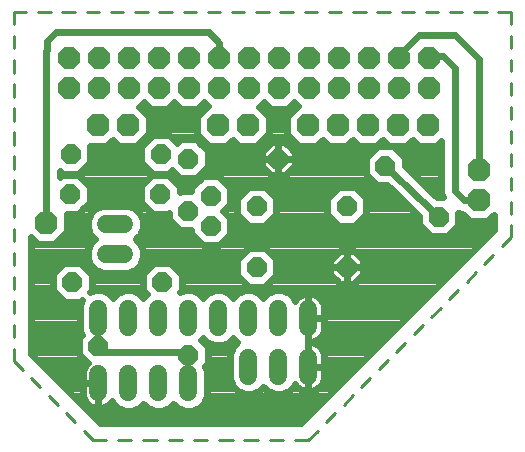
<source format=gbl>
G75*
%MOIN*%
%OFA0B0*%
%FSLAX25Y25*%
%IPPOS*%
%LPD*%
%AMOC8*
5,1,8,0,0,1.08239X$1,22.5*
%
%ADD10C,0.01000*%
%ADD11OC8,0.06600*%
%ADD12C,0.06000*%
%ADD13OC8,0.07400*%
%ADD14OC8,0.07600*%
%ADD15C,0.02400*%
D10*
X0013114Y0016136D02*
X0016136Y0013114D01*
X0018920Y0010330D02*
X0021943Y0007307D01*
X0024727Y0004523D02*
X0027750Y0001500D01*
X0032237Y0001500D01*
X0036174Y0001500D02*
X0040660Y0001500D01*
X0044597Y0001500D02*
X0049084Y0001500D01*
X0053021Y0001500D02*
X0057507Y0001500D01*
X0061444Y0001500D02*
X0065931Y0001500D01*
X0069868Y0001500D02*
X0074354Y0001500D01*
X0078291Y0001500D02*
X0082778Y0001500D01*
X0086715Y0001500D02*
X0091201Y0001500D01*
X0095138Y0001500D02*
X0099625Y0001500D01*
X0102698Y0004573D01*
X0105482Y0007357D02*
X0108555Y0010430D01*
X0111339Y0013214D02*
X0114412Y0016287D01*
X0117196Y0019071D02*
X0120269Y0022144D01*
X0123053Y0024928D02*
X0126126Y0028001D01*
X0128910Y0030785D02*
X0131983Y0033858D01*
X0134767Y0036642D02*
X0137840Y0039715D01*
X0140624Y0042499D02*
X0143697Y0045572D01*
X0146481Y0048356D02*
X0149554Y0051429D01*
X0152338Y0054213D02*
X0155411Y0057286D01*
X0158195Y0060070D02*
X0161268Y0063143D01*
X0164052Y0065927D02*
X0167125Y0069000D01*
X0167125Y0072957D01*
X0167125Y0076894D02*
X0167125Y0080850D01*
X0167125Y0084787D02*
X0167125Y0088744D01*
X0167125Y0092681D02*
X0167125Y0096638D01*
X0167125Y0100575D02*
X0167125Y0104531D01*
X0167125Y0108469D02*
X0167125Y0112425D01*
X0167125Y0116362D02*
X0167125Y0120319D01*
X0167125Y0124256D02*
X0167125Y0128213D01*
X0167125Y0132150D02*
X0167125Y0136106D01*
X0167125Y0140043D02*
X0167125Y0144000D01*
X0162988Y0144000D01*
X0159051Y0144000D02*
X0154913Y0144000D01*
X0150976Y0144000D02*
X0146839Y0144000D01*
X0142902Y0144000D02*
X0138764Y0144000D01*
X0134827Y0144000D02*
X0130690Y0144000D01*
X0126753Y0144000D02*
X0122616Y0144000D01*
X0118679Y0144000D02*
X0114541Y0144000D01*
X0110604Y0144000D02*
X0106467Y0144000D01*
X0102530Y0144000D02*
X0098393Y0144000D01*
X0094456Y0144000D02*
X0090318Y0144000D01*
X0086381Y0144000D02*
X0082244Y0144000D01*
X0078307Y0144000D02*
X0074169Y0144000D01*
X0070232Y0144000D02*
X0066095Y0144000D01*
X0062158Y0144000D02*
X0058021Y0144000D01*
X0054084Y0144000D02*
X0049946Y0144000D01*
X0046009Y0144000D02*
X0041872Y0144000D01*
X0037935Y0144000D02*
X0033798Y0144000D01*
X0029861Y0144000D02*
X0025723Y0144000D01*
X0021786Y0144000D02*
X0017649Y0144000D01*
X0013712Y0144000D02*
X0009574Y0144000D01*
X0005637Y0144000D02*
X0001500Y0144000D01*
X0001500Y0139925D01*
X0001500Y0135988D02*
X0001500Y0131912D01*
X0001500Y0127975D02*
X0001500Y0123900D01*
X0001500Y0119963D02*
X0001500Y0115887D01*
X0001500Y0111950D02*
X0001500Y0107875D01*
X0001500Y0103938D02*
X0001500Y0099862D01*
X0001500Y0095925D02*
X0001500Y0091850D01*
X0001500Y0087913D02*
X0001500Y0083837D01*
X0001500Y0079900D02*
X0001500Y0075825D01*
X0001500Y0071888D02*
X0001500Y0067812D01*
X0001500Y0063875D02*
X0001500Y0059800D01*
X0001500Y0055863D02*
X0001500Y0051787D01*
X0001500Y0047850D02*
X0001500Y0043775D01*
X0001500Y0039838D02*
X0001500Y0035762D01*
X0001500Y0031825D02*
X0001500Y0027750D01*
X0004523Y0024727D01*
X0007307Y0021943D02*
X0010330Y0018920D01*
D11*
X0029625Y0032750D03*
X0020875Y0054000D03*
X0050875Y0054000D03*
X0067125Y0072750D03*
X0059625Y0077750D03*
X0067125Y0082750D03*
X0059500Y0095125D03*
X0050375Y0096700D03*
X0050250Y0083375D03*
X0020250Y0083375D03*
X0020375Y0096700D03*
X0082438Y0079313D03*
X0089500Y0095125D03*
X0112437Y0079313D03*
X0125250Y0092750D03*
X0143125Y0075875D03*
X0112437Y0059000D03*
X0082438Y0059000D03*
X0059625Y0029625D03*
D12*
X0059625Y0023250D02*
X0059625Y0017250D01*
X0049625Y0017250D02*
X0049625Y0023250D01*
X0039625Y0023250D02*
X0039625Y0017250D01*
X0029625Y0017250D02*
X0029625Y0023250D01*
X0029625Y0039125D02*
X0029625Y0045125D01*
X0039625Y0045125D02*
X0039625Y0039125D01*
X0049625Y0039125D02*
X0049625Y0045125D01*
X0059625Y0045125D02*
X0059625Y0039125D01*
X0069625Y0039125D02*
X0069625Y0045125D01*
X0079625Y0045125D02*
X0079625Y0039125D01*
X0089625Y0039125D02*
X0089625Y0045125D01*
X0099625Y0045125D02*
X0099625Y0039125D01*
X0099625Y0028875D02*
X0099625Y0022875D01*
X0089625Y0022875D02*
X0089625Y0028875D01*
X0079625Y0028875D02*
X0079625Y0022875D01*
X0038250Y0063375D02*
X0032250Y0063375D01*
X0032250Y0073375D02*
X0038250Y0073375D01*
D13*
X0039875Y0118750D03*
X0029875Y0118750D03*
X0019875Y0118750D03*
X0019875Y0128750D03*
X0029875Y0128750D03*
X0039875Y0128750D03*
X0049875Y0128750D03*
X0059875Y0128750D03*
X0069875Y0128750D03*
X0079875Y0128750D03*
X0089875Y0128750D03*
X0099875Y0128750D03*
X0109875Y0128750D03*
X0119875Y0128750D03*
X0129875Y0128750D03*
X0139875Y0128750D03*
X0139875Y0118750D03*
X0129875Y0118750D03*
X0119875Y0118750D03*
X0109875Y0118750D03*
X0099875Y0118750D03*
X0089875Y0118750D03*
X0079875Y0118750D03*
X0069875Y0118750D03*
X0059875Y0118750D03*
X0049875Y0118750D03*
D14*
X0039375Y0106250D03*
X0029375Y0106250D03*
X0012312Y0073817D03*
X0069375Y0106250D03*
X0079375Y0106250D03*
X0099375Y0106250D03*
X0109375Y0106250D03*
X0119375Y0106250D03*
X0129375Y0106250D03*
X0139375Y0106250D03*
X0156375Y0091250D03*
X0156375Y0081250D03*
D15*
X0151375Y0081250D01*
X0148375Y0084250D01*
X0148375Y0125250D01*
X0144375Y0129250D01*
X0140375Y0129250D01*
X0139875Y0128750D01*
X0136375Y0136250D02*
X0148375Y0136250D01*
X0156375Y0128250D01*
X0156375Y0091250D01*
X0143975Y0090582D02*
X0133957Y0090582D01*
X0131750Y0092665D02*
X0131750Y0095442D01*
X0127942Y0099250D01*
X0122558Y0099250D01*
X0118750Y0095442D01*
X0118750Y0090058D01*
X0122558Y0086250D01*
X0125726Y0086250D01*
X0136625Y0075960D01*
X0136625Y0073183D01*
X0140433Y0069375D01*
X0145817Y0069375D01*
X0149625Y0073183D01*
X0149625Y0077212D01*
X0150500Y0076850D01*
X0150876Y0076850D01*
X0153476Y0074250D01*
X0159274Y0074250D01*
X0161425Y0076401D01*
X0161425Y0071361D01*
X0097264Y0007200D01*
X0030111Y0007200D01*
X0007200Y0030111D01*
X0007200Y0069029D01*
X0009413Y0066817D01*
X0015211Y0066817D01*
X0019312Y0070917D01*
X0019312Y0076716D01*
X0019153Y0076875D01*
X0022942Y0076875D01*
X0026750Y0080683D01*
X0026750Y0086067D01*
X0022942Y0089875D01*
X0017558Y0089875D01*
X0016712Y0089029D01*
X0016712Y0091171D01*
X0017683Y0090200D01*
X0023067Y0090200D01*
X0026875Y0094008D01*
X0026875Y0099250D01*
X0032274Y0099250D01*
X0034375Y0101351D01*
X0036476Y0099250D01*
X0042274Y0099250D01*
X0046375Y0103351D01*
X0046375Y0109149D01*
X0043204Y0112321D01*
X0044875Y0113992D01*
X0047017Y0111850D01*
X0052733Y0111850D01*
X0054875Y0113992D01*
X0057017Y0111850D01*
X0062733Y0111850D01*
X0064875Y0113992D01*
X0066046Y0112821D01*
X0062375Y0109149D01*
X0062375Y0103351D01*
X0066476Y0099250D01*
X0072274Y0099250D01*
X0074375Y0101351D01*
X0076476Y0099250D01*
X0082274Y0099250D01*
X0086375Y0103351D01*
X0086375Y0109149D01*
X0083204Y0112321D01*
X0084875Y0113992D01*
X0087017Y0111850D01*
X0092733Y0111850D01*
X0094875Y0113992D01*
X0096046Y0112821D01*
X0092375Y0109149D01*
X0092375Y0103351D01*
X0096476Y0099250D01*
X0102274Y0099250D01*
X0104375Y0101351D01*
X0106476Y0099250D01*
X0112274Y0099250D01*
X0114375Y0101351D01*
X0116476Y0099250D01*
X0122274Y0099250D01*
X0124375Y0101351D01*
X0126476Y0099250D01*
X0132274Y0099250D01*
X0134375Y0101351D01*
X0136476Y0099250D01*
X0142274Y0099250D01*
X0143975Y0100951D01*
X0143975Y0083375D01*
X0144389Y0082375D01*
X0142649Y0082375D01*
X0131750Y0092665D01*
X0131750Y0092980D02*
X0143975Y0092980D01*
X0143975Y0095379D02*
X0131750Y0095379D01*
X0129415Y0097777D02*
X0143975Y0097777D01*
X0143975Y0100176D02*
X0143200Y0100176D01*
X0135550Y0100176D02*
X0133200Y0100176D01*
X0125550Y0100176D02*
X0123200Y0100176D01*
X0121085Y0097777D02*
X0094626Y0097777D01*
X0095000Y0097403D02*
X0091778Y0100625D01*
X0089500Y0100625D01*
X0089500Y0095125D01*
X0095000Y0095125D01*
X0095000Y0097403D01*
X0095000Y0095379D02*
X0118750Y0095379D01*
X0118750Y0092980D02*
X0095000Y0092980D01*
X0095000Y0092847D02*
X0095000Y0095125D01*
X0089500Y0095125D01*
X0089500Y0095125D01*
X0089500Y0095125D01*
X0089500Y0089625D01*
X0091778Y0089625D01*
X0095000Y0092847D01*
X0092735Y0090582D02*
X0118750Y0090582D01*
X0120625Y0088183D02*
X0070884Y0088183D01*
X0069817Y0089250D02*
X0064433Y0089250D01*
X0060625Y0085442D01*
X0060625Y0084250D01*
X0056933Y0084250D01*
X0056750Y0084067D01*
X0056750Y0086067D01*
X0052942Y0089875D01*
X0047558Y0089875D01*
X0043750Y0086067D01*
X0043750Y0080683D01*
X0047558Y0076875D01*
X0052942Y0076875D01*
X0053125Y0077058D01*
X0053125Y0075058D01*
X0056933Y0071250D01*
X0060625Y0071250D01*
X0060625Y0070058D01*
X0064433Y0066250D01*
X0069817Y0066250D01*
X0073625Y0070058D01*
X0073625Y0075442D01*
X0071317Y0077750D01*
X0073625Y0080058D01*
X0073625Y0085442D01*
X0069817Y0089250D01*
X0066000Y0092433D02*
X0062192Y0088625D01*
X0056808Y0088625D01*
X0054150Y0091283D01*
X0053067Y0090200D01*
X0047683Y0090200D01*
X0043875Y0094008D01*
X0043875Y0099392D01*
X0047683Y0103200D01*
X0053067Y0103200D01*
X0055725Y0100542D01*
X0056808Y0101625D01*
X0062192Y0101625D01*
X0066000Y0097817D01*
X0066000Y0092433D01*
X0066000Y0092980D02*
X0084000Y0092980D01*
X0084000Y0092847D02*
X0087222Y0089625D01*
X0089500Y0089625D01*
X0089500Y0095125D01*
X0089500Y0095125D01*
X0089500Y0095125D01*
X0084000Y0095125D01*
X0084000Y0097403D01*
X0087222Y0100625D01*
X0089500Y0100625D01*
X0089500Y0095125D01*
X0084000Y0095125D01*
X0084000Y0092847D01*
X0084000Y0095379D02*
X0066000Y0095379D01*
X0066000Y0097777D02*
X0084374Y0097777D01*
X0083200Y0100176D02*
X0086772Y0100176D01*
X0085599Y0102574D02*
X0093151Y0102574D01*
X0092375Y0104973D02*
X0086375Y0104973D01*
X0086375Y0107371D02*
X0092375Y0107371D01*
X0092995Y0109770D02*
X0085755Y0109770D01*
X0086699Y0112168D02*
X0083356Y0112168D01*
X0093051Y0112168D02*
X0095394Y0112168D01*
X0095550Y0100176D02*
X0092228Y0100176D01*
X0089500Y0100176D02*
X0089500Y0100176D01*
X0089500Y0097777D02*
X0089500Y0097777D01*
X0089500Y0095379D02*
X0089500Y0095379D01*
X0089500Y0092980D02*
X0089500Y0092980D01*
X0089500Y0090582D02*
X0089500Y0090582D01*
X0086265Y0090582D02*
X0064149Y0090582D01*
X0063366Y0088183D02*
X0054634Y0088183D01*
X0054851Y0090582D02*
X0053449Y0090582D01*
X0047301Y0090582D02*
X0023449Y0090582D01*
X0024634Y0088183D02*
X0045866Y0088183D01*
X0043750Y0085784D02*
X0026750Y0085784D01*
X0026750Y0083386D02*
X0043750Y0083386D01*
X0043750Y0080987D02*
X0026750Y0080987D01*
X0028696Y0078589D02*
X0024656Y0078589D01*
X0026994Y0076887D02*
X0026050Y0074608D01*
X0026050Y0072142D01*
X0026994Y0069863D01*
X0028482Y0068375D01*
X0026994Y0066887D01*
X0026050Y0064608D01*
X0026050Y0062142D01*
X0026994Y0059863D01*
X0028738Y0058119D01*
X0031017Y0057175D01*
X0039483Y0057175D01*
X0041762Y0058119D01*
X0043506Y0059863D01*
X0044450Y0062142D01*
X0044450Y0064608D01*
X0043506Y0066887D01*
X0042018Y0068375D01*
X0043506Y0069863D01*
X0044450Y0072142D01*
X0044450Y0074608D01*
X0043506Y0076887D01*
X0041762Y0078631D01*
X0039483Y0079575D01*
X0031017Y0079575D01*
X0028738Y0078631D01*
X0026994Y0076887D01*
X0026705Y0076190D02*
X0019312Y0076190D01*
X0019312Y0073792D02*
X0026050Y0073792D01*
X0026360Y0071393D02*
X0019312Y0071393D01*
X0017389Y0068995D02*
X0027862Y0068995D01*
X0026874Y0066596D02*
X0007200Y0066596D01*
X0007200Y0064198D02*
X0026050Y0064198D01*
X0026192Y0061799D02*
X0007200Y0061799D01*
X0007200Y0059401D02*
X0017084Y0059401D01*
X0018183Y0060500D02*
X0014375Y0056692D01*
X0014375Y0051308D01*
X0018183Y0047500D01*
X0023567Y0047500D01*
X0024132Y0048064D01*
X0023425Y0046358D01*
X0023425Y0037892D01*
X0024055Y0036372D01*
X0023125Y0035442D01*
X0023125Y0030058D01*
X0026102Y0027081D01*
X0025659Y0026638D01*
X0025178Y0025975D01*
X0024806Y0025246D01*
X0024553Y0024468D01*
X0024425Y0023659D01*
X0024425Y0020250D01*
X0029625Y0020250D01*
X0029625Y0012050D01*
X0030034Y0012050D01*
X0030843Y0012178D01*
X0031621Y0012431D01*
X0032350Y0012803D01*
X0033013Y0013284D01*
X0033591Y0013862D01*
X0034054Y0014499D01*
X0034369Y0013738D01*
X0036113Y0011994D01*
X0038392Y0011050D01*
X0040858Y0011050D01*
X0043137Y0011994D01*
X0044625Y0013482D01*
X0046113Y0011994D01*
X0048392Y0011050D01*
X0050858Y0011050D01*
X0053137Y0011994D01*
X0054625Y0013482D01*
X0056113Y0011994D01*
X0058392Y0011050D01*
X0060858Y0011050D01*
X0063137Y0011994D01*
X0064881Y0013738D01*
X0065825Y0016017D01*
X0065825Y0024483D01*
X0065195Y0026003D01*
X0066125Y0026933D01*
X0066125Y0032317D01*
X0063855Y0034587D01*
X0064625Y0035357D01*
X0066113Y0033869D01*
X0068392Y0032925D01*
X0070858Y0032925D01*
X0073137Y0033869D01*
X0074625Y0035357D01*
X0075982Y0034000D01*
X0074369Y0032387D01*
X0073425Y0030108D01*
X0073425Y0021642D01*
X0074369Y0019363D01*
X0076113Y0017619D01*
X0078392Y0016675D01*
X0080858Y0016675D01*
X0083137Y0017619D01*
X0084625Y0019107D01*
X0086113Y0017619D01*
X0088392Y0016675D01*
X0090858Y0016675D01*
X0093137Y0017619D01*
X0094881Y0019363D01*
X0095196Y0020124D01*
X0095659Y0019487D01*
X0096237Y0018909D01*
X0096900Y0018428D01*
X0097629Y0018056D01*
X0098407Y0017803D01*
X0099216Y0017675D01*
X0099625Y0017675D01*
X0100034Y0017675D01*
X0100843Y0017803D01*
X0101621Y0018056D01*
X0102350Y0018428D01*
X0103013Y0018909D01*
X0103591Y0019487D01*
X0104072Y0020150D01*
X0104444Y0020879D01*
X0104697Y0021657D01*
X0104825Y0022466D01*
X0104825Y0025875D01*
X0104825Y0029284D01*
X0104697Y0030093D01*
X0104444Y0030871D01*
X0104072Y0031600D01*
X0103591Y0032263D01*
X0103013Y0032841D01*
X0102350Y0033322D01*
X0101621Y0033694D01*
X0100843Y0033947D01*
X0100508Y0034000D01*
X0100843Y0034053D01*
X0101621Y0034306D01*
X0102350Y0034678D01*
X0103013Y0035159D01*
X0103591Y0035737D01*
X0104072Y0036400D01*
X0104444Y0037129D01*
X0104697Y0037907D01*
X0104825Y0038716D01*
X0104825Y0042125D01*
X0104825Y0045534D01*
X0104697Y0046343D01*
X0104444Y0047121D01*
X0104072Y0047850D01*
X0103591Y0048513D01*
X0103013Y0049091D01*
X0102350Y0049572D01*
X0101621Y0049944D01*
X0100843Y0050197D01*
X0100034Y0050325D01*
X0099625Y0050325D01*
X0099625Y0042125D01*
X0099625Y0042125D01*
X0104825Y0042125D01*
X0099625Y0042125D01*
X0099625Y0042125D01*
X0099625Y0050325D01*
X0099216Y0050325D01*
X0098407Y0050197D01*
X0097629Y0049944D01*
X0096900Y0049572D01*
X0096237Y0049091D01*
X0095659Y0048513D01*
X0095196Y0047876D01*
X0094881Y0048637D01*
X0093137Y0050381D01*
X0090858Y0051325D01*
X0088392Y0051325D01*
X0086113Y0050381D01*
X0084625Y0048893D01*
X0083137Y0050381D01*
X0080858Y0051325D01*
X0078392Y0051325D01*
X0076113Y0050381D01*
X0074625Y0048893D01*
X0073137Y0050381D01*
X0070858Y0051325D01*
X0068392Y0051325D01*
X0066113Y0050381D01*
X0064625Y0048893D01*
X0063137Y0050381D01*
X0060858Y0051325D01*
X0058392Y0051325D01*
X0056686Y0050618D01*
X0057375Y0051308D01*
X0057375Y0056692D01*
X0053567Y0060500D01*
X0048183Y0060500D01*
X0044375Y0056692D01*
X0044375Y0051308D01*
X0045707Y0049975D01*
X0044625Y0048893D01*
X0043137Y0050381D01*
X0040858Y0051325D01*
X0038392Y0051325D01*
X0036113Y0050381D01*
X0034625Y0048893D01*
X0033137Y0050381D01*
X0030858Y0051325D01*
X0028392Y0051325D01*
X0026686Y0050618D01*
X0027375Y0051308D01*
X0027375Y0056692D01*
X0023567Y0060500D01*
X0018183Y0060500D01*
X0014685Y0057002D02*
X0007200Y0057002D01*
X0007200Y0054604D02*
X0014375Y0054604D01*
X0014375Y0052205D02*
X0007200Y0052205D01*
X0007200Y0049807D02*
X0015876Y0049807D01*
X0023425Y0045010D02*
X0007200Y0045010D01*
X0007200Y0042611D02*
X0023425Y0042611D01*
X0023425Y0040213D02*
X0007200Y0040213D01*
X0007200Y0037814D02*
X0023457Y0037814D01*
X0023125Y0035416D02*
X0007200Y0035416D01*
X0007200Y0033017D02*
X0023125Y0033017D01*
X0023125Y0030619D02*
X0007200Y0030619D01*
X0009091Y0028220D02*
X0024962Y0028220D01*
X0025099Y0025822D02*
X0011489Y0025822D01*
X0013888Y0023423D02*
X0024425Y0023423D01*
X0024425Y0021025D02*
X0016286Y0021025D01*
X0018685Y0018626D02*
X0024425Y0018626D01*
X0024425Y0020250D02*
X0024425Y0016841D01*
X0024553Y0016032D01*
X0024806Y0015254D01*
X0025178Y0014525D01*
X0025659Y0013862D01*
X0026237Y0013284D01*
X0026900Y0012803D01*
X0027629Y0012431D01*
X0028407Y0012178D01*
X0029216Y0012050D01*
X0029625Y0012050D01*
X0029625Y0020250D01*
X0029625Y0020250D01*
X0029625Y0020250D01*
X0024425Y0020250D01*
X0024522Y0016228D02*
X0021083Y0016228D01*
X0023482Y0013829D02*
X0025692Y0013829D01*
X0025880Y0011431D02*
X0037473Y0011431D01*
X0034331Y0013829D02*
X0033558Y0013829D01*
X0029625Y0013829D02*
X0029625Y0013829D01*
X0029625Y0016228D02*
X0029625Y0016228D01*
X0029625Y0018626D02*
X0029625Y0018626D01*
X0028279Y0009032D02*
X0099096Y0009032D01*
X0101495Y0011431D02*
X0061777Y0011431D01*
X0064919Y0013829D02*
X0103893Y0013829D01*
X0106292Y0016228D02*
X0065825Y0016228D01*
X0065825Y0018626D02*
X0075106Y0018626D01*
X0073681Y0021025D02*
X0065825Y0021025D01*
X0065825Y0023423D02*
X0073425Y0023423D01*
X0073425Y0025822D02*
X0065271Y0025822D01*
X0066125Y0028220D02*
X0073425Y0028220D01*
X0073636Y0030619D02*
X0066125Y0030619D01*
X0065425Y0033017D02*
X0068169Y0033017D01*
X0071081Y0033017D02*
X0074999Y0033017D01*
X0059625Y0029625D02*
X0058500Y0030750D01*
X0031625Y0030750D01*
X0029625Y0032750D01*
X0023860Y0047408D02*
X0007200Y0047408D01*
X0024666Y0059401D02*
X0027456Y0059401D01*
X0027065Y0057002D02*
X0044685Y0057002D01*
X0043044Y0059401D02*
X0047084Y0059401D01*
X0044308Y0061799D02*
X0076045Y0061799D01*
X0075938Y0061692D02*
X0075938Y0056308D01*
X0079745Y0052500D01*
X0085130Y0052500D01*
X0088937Y0056308D01*
X0088937Y0061692D01*
X0085130Y0065500D01*
X0079745Y0065500D01*
X0075938Y0061692D01*
X0075938Y0059401D02*
X0054666Y0059401D01*
X0057065Y0057002D02*
X0075938Y0057002D01*
X0077641Y0054604D02*
X0057375Y0054604D01*
X0057375Y0052205D02*
X0142269Y0052205D01*
X0139871Y0049807D02*
X0101890Y0049807D01*
X0099625Y0049807D02*
X0099625Y0049807D01*
X0097360Y0049807D02*
X0093711Y0049807D01*
X0099625Y0047408D02*
X0099625Y0047408D01*
X0099625Y0045010D02*
X0099625Y0045010D01*
X0099625Y0042611D02*
X0099625Y0042611D01*
X0099625Y0042125D02*
X0099625Y0034075D01*
X0099625Y0025875D01*
X0104825Y0025875D01*
X0099625Y0025875D01*
X0099625Y0025875D01*
X0099625Y0025875D01*
X0099625Y0017675D01*
X0099625Y0025875D01*
X0099625Y0025875D01*
X0099625Y0042125D01*
X0099625Y0042125D01*
X0099625Y0040213D02*
X0099625Y0040213D01*
X0099625Y0037814D02*
X0099625Y0037814D01*
X0099625Y0035416D02*
X0099625Y0035416D01*
X0099625Y0033017D02*
X0099625Y0033017D01*
X0099625Y0030619D02*
X0099625Y0030619D01*
X0102770Y0033017D02*
X0123081Y0033017D01*
X0120683Y0030619D02*
X0104526Y0030619D01*
X0104825Y0028220D02*
X0118284Y0028220D01*
X0115886Y0025822D02*
X0104825Y0025822D01*
X0104825Y0023423D02*
X0113487Y0023423D01*
X0111089Y0021025D02*
X0104491Y0021025D01*
X0102624Y0018626D02*
X0108690Y0018626D01*
X0099625Y0018626D02*
X0099625Y0018626D01*
X0099625Y0021025D02*
X0099625Y0021025D01*
X0099625Y0023423D02*
X0099625Y0023423D01*
X0099625Y0025822D02*
X0099625Y0025822D01*
X0099625Y0028220D02*
X0099625Y0028220D01*
X0103270Y0035416D02*
X0125480Y0035416D01*
X0127878Y0037814D02*
X0104667Y0037814D01*
X0104825Y0040213D02*
X0130277Y0040213D01*
X0132675Y0042611D02*
X0104825Y0042611D01*
X0104825Y0045010D02*
X0135074Y0045010D01*
X0137472Y0047408D02*
X0104298Y0047408D01*
X0110159Y0053500D02*
X0112437Y0053500D01*
X0112437Y0059000D01*
X0106937Y0059000D01*
X0106937Y0056722D01*
X0110159Y0053500D01*
X0109055Y0054604D02*
X0087234Y0054604D01*
X0088937Y0057002D02*
X0106937Y0057002D01*
X0106937Y0059000D02*
X0112437Y0059000D01*
X0112437Y0059000D01*
X0112438Y0059000D01*
X0117937Y0059000D01*
X0112438Y0059000D01*
X0112438Y0059000D01*
X0112438Y0053500D01*
X0114716Y0053500D01*
X0117937Y0056722D01*
X0117937Y0059000D01*
X0117937Y0061278D01*
X0114716Y0064500D01*
X0112438Y0064500D01*
X0112438Y0059000D01*
X0112437Y0059000D01*
X0112437Y0064500D01*
X0110159Y0064500D01*
X0106937Y0061278D01*
X0106937Y0059000D01*
X0106937Y0059401D02*
X0088937Y0059401D01*
X0088830Y0061799D02*
X0107459Y0061799D01*
X0109857Y0064198D02*
X0086432Y0064198D01*
X0078443Y0064198D02*
X0044450Y0064198D01*
X0043626Y0066596D02*
X0064086Y0066596D01*
X0061688Y0068995D02*
X0042638Y0068995D01*
X0044140Y0071393D02*
X0056789Y0071393D01*
X0054391Y0073792D02*
X0044450Y0073792D01*
X0043795Y0076190D02*
X0053125Y0076190D01*
X0045844Y0078589D02*
X0041804Y0078589D01*
X0044903Y0092980D02*
X0025847Y0092980D01*
X0026875Y0095379D02*
X0043875Y0095379D01*
X0043875Y0097777D02*
X0026875Y0097777D01*
X0033200Y0100176D02*
X0035550Y0100176D01*
X0043200Y0100176D02*
X0044658Y0100176D01*
X0045599Y0102574D02*
X0047057Y0102574D01*
X0046375Y0104973D02*
X0062375Y0104973D01*
X0062375Y0107371D02*
X0046375Y0107371D01*
X0045755Y0109770D02*
X0062995Y0109770D01*
X0063051Y0112168D02*
X0065394Y0112168D01*
X0056699Y0112168D02*
X0053051Y0112168D01*
X0046699Y0112168D02*
X0043356Y0112168D01*
X0053693Y0102574D02*
X0063151Y0102574D01*
X0063642Y0100176D02*
X0065550Y0100176D01*
X0073200Y0100176D02*
X0075550Y0100176D01*
X0073283Y0085784D02*
X0079717Y0085784D01*
X0079745Y0085812D02*
X0075938Y0082005D01*
X0075938Y0076620D01*
X0079745Y0072813D01*
X0085130Y0072813D01*
X0088937Y0076620D01*
X0088937Y0082005D01*
X0085130Y0085812D01*
X0079745Y0085812D01*
X0077319Y0083386D02*
X0073625Y0083386D01*
X0073625Y0080987D02*
X0075938Y0080987D01*
X0075938Y0078589D02*
X0072156Y0078589D01*
X0072877Y0076190D02*
X0076367Y0076190D01*
X0078766Y0073792D02*
X0073625Y0073792D01*
X0073625Y0071393D02*
X0138414Y0071393D01*
X0136625Y0073792D02*
X0116109Y0073792D01*
X0115130Y0072813D02*
X0118937Y0076620D01*
X0118937Y0082005D01*
X0115130Y0085812D01*
X0109745Y0085812D01*
X0105937Y0082005D01*
X0105937Y0076620D01*
X0109745Y0072813D01*
X0115130Y0072813D01*
X0118508Y0076190D02*
X0136381Y0076190D01*
X0133841Y0078589D02*
X0118937Y0078589D01*
X0118937Y0080987D02*
X0131300Y0080987D01*
X0128759Y0083386D02*
X0117556Y0083386D01*
X0115158Y0085784D02*
X0126219Y0085784D01*
X0125250Y0092750D02*
X0143125Y0075875D01*
X0147836Y0071393D02*
X0161425Y0071393D01*
X0161425Y0073792D02*
X0149625Y0073792D01*
X0149625Y0076190D02*
X0151535Y0076190D01*
X0159059Y0068995D02*
X0072562Y0068995D01*
X0070164Y0066596D02*
X0156660Y0066596D01*
X0154262Y0064198D02*
X0115018Y0064198D01*
X0112438Y0064198D02*
X0112437Y0064198D01*
X0112437Y0061799D02*
X0112438Y0061799D01*
X0112437Y0059401D02*
X0112438Y0059401D01*
X0112437Y0057002D02*
X0112438Y0057002D01*
X0112437Y0054604D02*
X0112438Y0054604D01*
X0115820Y0054604D02*
X0144668Y0054604D01*
X0147066Y0057002D02*
X0117937Y0057002D01*
X0117937Y0059401D02*
X0149465Y0059401D01*
X0151863Y0061799D02*
X0117416Y0061799D01*
X0108766Y0073792D02*
X0086109Y0073792D01*
X0088508Y0076190D02*
X0106367Y0076190D01*
X0105937Y0078589D02*
X0088937Y0078589D01*
X0088937Y0080987D02*
X0105937Y0080987D01*
X0107319Y0083386D02*
X0087556Y0083386D01*
X0085158Y0085784D02*
X0109717Y0085784D01*
X0113200Y0100176D02*
X0115550Y0100176D01*
X0105550Y0100176D02*
X0103200Y0100176D01*
X0136497Y0088183D02*
X0143975Y0088183D01*
X0143975Y0085784D02*
X0139038Y0085784D01*
X0141578Y0083386D02*
X0143975Y0083386D01*
X0161215Y0076190D02*
X0161425Y0076190D01*
X0129875Y0128750D02*
X0129875Y0129750D01*
X0136375Y0136250D01*
X0069875Y0133750D02*
X0069875Y0128750D01*
X0069875Y0133750D02*
X0066375Y0137250D01*
X0015375Y0137250D01*
X0012375Y0134250D01*
X0012375Y0131250D01*
X0012312Y0131187D01*
X0012312Y0073817D01*
X0007235Y0068995D02*
X0007200Y0068995D01*
X0027375Y0054604D02*
X0044375Y0054604D01*
X0044375Y0052205D02*
X0027375Y0052205D01*
X0033711Y0049807D02*
X0035539Y0049807D01*
X0043711Y0049807D02*
X0045539Y0049807D01*
X0063711Y0049807D02*
X0065539Y0049807D01*
X0073711Y0049807D02*
X0075539Y0049807D01*
X0083711Y0049807D02*
X0085539Y0049807D01*
X0085106Y0018626D02*
X0084144Y0018626D01*
X0094144Y0018626D02*
X0096626Y0018626D01*
X0057473Y0011431D02*
X0051777Y0011431D01*
X0047473Y0011431D02*
X0041777Y0011431D01*
X0056750Y0085784D02*
X0060967Y0085784D01*
X0017301Y0090582D02*
X0016712Y0090582D01*
M02*

</source>
